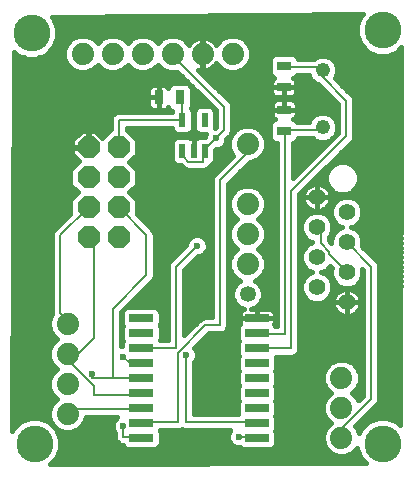
<source format=gtl>
G75*
%MOIN*%
%OFA0B0*%
%FSLAX24Y24*%
%IPPOS*%
%LPD*%
%AMOC8*
5,1,8,0,0,1.08239X$1,22.5*
%
%ADD10R,0.0472X0.0315*%
%ADD11C,0.0480*%
%ADD12R,0.0800X0.0260*%
%ADD13C,0.0740*%
%ADD14C,0.0531*%
%ADD15OC8,0.0740*%
%ADD16C,0.0560*%
%ADD17R,0.0217X0.0472*%
%ADD18R,0.0315X0.0472*%
%ADD19C,0.0059*%
%ADD20C,0.0236*%
%ADD21C,0.0160*%
%ADD22C,0.1227*%
D10*
X011400Y013115D03*
X011400Y013824D03*
X011390Y014565D03*
X011390Y015274D03*
D11*
X012680Y015130D03*
X012680Y013230D03*
D12*
X010500Y006870D03*
X010500Y006370D03*
X010500Y005870D03*
X010500Y005370D03*
X010500Y004870D03*
X010500Y004370D03*
X010500Y003870D03*
X010500Y003370D03*
X010500Y002870D03*
X006640Y002870D03*
X006640Y003370D03*
X006640Y003870D03*
X006640Y004370D03*
X006640Y004870D03*
X006640Y005370D03*
X006640Y005870D03*
X006640Y006370D03*
X006640Y006870D03*
D13*
X004180Y006680D03*
X004180Y005680D03*
X004180Y004680D03*
X004180Y003680D03*
X010180Y008680D03*
X010180Y009680D03*
X010180Y010680D03*
X010180Y012680D03*
X009680Y015680D03*
X008680Y015680D03*
X007680Y015680D03*
X006680Y015680D03*
X005680Y015680D03*
X004680Y015680D03*
X013310Y004880D03*
X013310Y003880D03*
X013310Y002880D03*
D14*
X010180Y007680D03*
D15*
X005880Y009570D03*
X005880Y010570D03*
X005880Y011570D03*
X005880Y012570D03*
X004880Y012570D03*
X004880Y011570D03*
X004880Y010570D03*
X004880Y009570D03*
D16*
X012490Y009900D03*
X012490Y010900D03*
X013490Y010400D03*
X013490Y009400D03*
X013490Y008400D03*
X013490Y007400D03*
X012490Y007900D03*
X012490Y008900D03*
D17*
X008754Y012448D03*
X008380Y012448D03*
X008006Y012448D03*
X008006Y013472D03*
X008754Y013472D03*
D18*
X007924Y014230D03*
X007216Y014230D03*
D19*
X007924Y014230D02*
X007930Y014190D01*
X008000Y014120D01*
X008000Y013490D01*
X008006Y013472D01*
X008000Y013490D02*
X005900Y013490D01*
X005900Y012580D01*
X005880Y012570D01*
X005880Y010570D02*
X006810Y009640D01*
X006810Y008310D01*
X005690Y007190D01*
X005690Y004880D01*
X006600Y004880D01*
X006640Y004870D01*
X006640Y005370D02*
X006250Y005370D01*
X006040Y005580D01*
X006640Y005870D02*
X006670Y005860D01*
X007790Y005860D01*
X007790Y008590D01*
X008490Y009290D01*
X009260Y011460D02*
X010170Y012370D01*
X010170Y012650D01*
X010180Y012680D01*
X009400Y013140D02*
X009400Y013910D01*
X007720Y015590D01*
X007720Y015660D01*
X007680Y015680D01*
X009400Y013140D02*
X009120Y012860D01*
X008770Y012510D01*
X008754Y012448D01*
X008700Y012440D01*
X008700Y012090D01*
X008210Y012090D01*
X008070Y012230D01*
X008070Y012440D01*
X008006Y012448D01*
X009260Y011460D02*
X009260Y006630D01*
X008770Y006630D01*
X007860Y005720D01*
X007860Y003410D01*
X006670Y003410D01*
X006640Y003370D01*
X006600Y002920D02*
X006640Y002870D01*
X006600Y002920D02*
X006040Y002920D01*
X006040Y003270D01*
X006600Y003830D02*
X006640Y003870D01*
X006600Y003830D02*
X004220Y003830D01*
X004220Y003690D01*
X004180Y003680D01*
X005060Y004320D02*
X005060Y004600D01*
X004290Y005370D01*
X004180Y005680D01*
X004220Y005650D01*
X004220Y005440D01*
X004290Y005370D01*
X004290Y005440D01*
X005060Y006210D01*
X005060Y009430D01*
X004920Y009570D01*
X004880Y009570D01*
X003940Y009640D02*
X004850Y010550D01*
X004880Y010570D01*
X003940Y009640D02*
X003940Y007050D01*
X004150Y006840D01*
X004150Y006700D01*
X004180Y006680D01*
X004990Y005020D02*
X004990Y004880D01*
X005690Y004880D01*
X005060Y004320D02*
X006600Y004320D01*
X006640Y004370D01*
X008140Y003410D02*
X008140Y005650D01*
X008140Y003410D02*
X010450Y003410D01*
X010500Y003370D01*
X010450Y002920D02*
X010500Y002870D01*
X010450Y002920D02*
X009890Y002920D01*
X010520Y005860D02*
X010500Y005870D01*
X010520Y005860D02*
X011640Y005860D01*
X011640Y011110D01*
X013460Y012930D01*
X013460Y014120D01*
X012620Y014960D01*
X012620Y015100D01*
X012680Y015130D01*
X012620Y015170D01*
X012620Y015240D01*
X011430Y015240D01*
X011390Y015274D01*
X012620Y013210D02*
X012680Y013230D01*
X012620Y013210D02*
X012620Y013140D01*
X011430Y013140D01*
X011400Y013115D01*
X011430Y013070D01*
X011430Y006350D01*
X010520Y006350D01*
X010500Y006370D01*
X012900Y009010D02*
X012900Y009080D01*
X012620Y009360D01*
X012620Y009780D01*
X012550Y009850D01*
X012490Y009900D01*
X012900Y009010D02*
X013460Y008450D01*
X013490Y008400D01*
X014300Y008590D02*
X013490Y009400D01*
X014300Y008590D02*
X014300Y004180D01*
X013320Y003200D01*
X013320Y002920D01*
X013310Y002880D01*
X013310Y003880D02*
X013320Y003900D01*
D20*
X009890Y002920D03*
X008140Y005650D03*
X006040Y005580D03*
X004990Y005020D03*
X006040Y003270D03*
X008490Y009290D03*
X009120Y012860D03*
D21*
X002412Y015741D02*
X002338Y003118D01*
X002357Y003163D01*
X002597Y003403D01*
X002910Y003533D01*
X003250Y003533D01*
X003563Y003403D01*
X003803Y003163D01*
X003933Y002849D01*
X003933Y002510D01*
X003803Y002196D01*
X003610Y002003D01*
X014126Y002027D01*
X013957Y002196D01*
X013827Y002510D01*
X013827Y002534D01*
X013656Y002363D01*
X013431Y002270D01*
X013189Y002270D01*
X012964Y002363D01*
X012793Y002534D01*
X012700Y002758D01*
X012700Y003001D01*
X012793Y003225D01*
X012947Y003380D01*
X012793Y003534D01*
X012700Y003758D01*
X012700Y004001D01*
X012793Y004225D01*
X012947Y004380D01*
X012793Y004534D01*
X012700Y004758D01*
X012700Y005001D01*
X012793Y005225D01*
X012964Y005397D01*
X013189Y005490D01*
X013431Y005490D01*
X013656Y005397D01*
X013827Y005225D01*
X013920Y005001D01*
X013920Y004758D01*
X013827Y004534D01*
X013673Y004380D01*
X013827Y004225D01*
X013867Y004128D01*
X014030Y004291D01*
X014030Y008478D01*
X014010Y008499D01*
X014010Y008296D01*
X013931Y008105D01*
X013785Y007959D01*
X013593Y007880D01*
X013387Y007880D01*
X013195Y007959D01*
X013049Y008105D01*
X012970Y008296D01*
X012970Y008503D01*
X012986Y008542D01*
X012927Y008601D01*
X012785Y008459D01*
X012642Y008400D01*
X012785Y008341D01*
X012931Y008194D01*
X013010Y008003D01*
X013010Y007796D01*
X012931Y007605D01*
X012785Y007459D01*
X012593Y007380D01*
X012387Y007380D01*
X012195Y007459D01*
X012049Y007605D01*
X011970Y007796D01*
X011970Y008003D01*
X012049Y008194D01*
X012195Y008341D01*
X012338Y008400D01*
X012195Y008459D01*
X012049Y008605D01*
X011970Y008796D01*
X011970Y009003D01*
X012049Y009194D01*
X012195Y009341D01*
X012338Y009400D01*
X012195Y009459D01*
X012049Y009605D01*
X011970Y009796D01*
X011970Y010003D01*
X012049Y010194D01*
X012195Y010341D01*
X012387Y010420D01*
X012593Y010420D01*
X012785Y010341D01*
X012931Y010194D01*
X013010Y010003D01*
X013010Y009796D01*
X012931Y009605D01*
X012890Y009564D01*
X012890Y009471D01*
X012970Y009391D01*
X012970Y009503D01*
X013049Y009694D01*
X013195Y009841D01*
X013338Y009900D01*
X013195Y009959D01*
X013049Y010105D01*
X012970Y010296D01*
X012970Y010503D01*
X013049Y010694D01*
X013195Y010841D01*
X013387Y010920D01*
X013593Y010920D01*
X013785Y010841D01*
X013931Y010694D01*
X014010Y010503D01*
X014010Y010296D01*
X013931Y010105D01*
X013785Y009959D01*
X013642Y009900D01*
X013785Y009841D01*
X013931Y009694D01*
X014010Y009503D01*
X014010Y009296D01*
X014000Y009271D01*
X014453Y008818D01*
X014528Y008742D01*
X014570Y008643D01*
X014570Y004126D01*
X014528Y004027D01*
X013777Y003275D01*
X013827Y003225D01*
X013905Y003038D01*
X013957Y003163D01*
X014197Y003403D01*
X014510Y003533D01*
X014850Y003533D01*
X015163Y003403D01*
X015265Y003302D01*
X015306Y015898D01*
X015163Y015756D01*
X014850Y015626D01*
X014510Y015626D01*
X014197Y015756D01*
X013957Y015996D01*
X013827Y016310D01*
X013827Y016649D01*
X013957Y016963D01*
X014013Y017020D01*
X003655Y016911D01*
X003703Y016863D01*
X003833Y016549D01*
X003833Y016210D01*
X003703Y015896D01*
X003463Y015656D01*
X003150Y015526D01*
X002810Y015526D01*
X002497Y015656D01*
X002412Y015741D01*
X002412Y015724D02*
X002429Y015724D01*
X002411Y015566D02*
X002715Y015566D01*
X002410Y015407D02*
X004133Y015407D01*
X004163Y015334D02*
X004070Y015558D01*
X004070Y015801D01*
X004163Y016025D01*
X004334Y016197D01*
X004559Y016290D01*
X004801Y016290D01*
X005026Y016197D01*
X005180Y016042D01*
X005334Y016197D01*
X005559Y016290D01*
X005801Y016290D01*
X006026Y016197D01*
X006180Y016042D01*
X006334Y016197D01*
X006559Y016290D01*
X006801Y016290D01*
X007026Y016197D01*
X007180Y016042D01*
X007334Y016197D01*
X007559Y016290D01*
X007801Y016290D01*
X008026Y016197D01*
X008197Y016025D01*
X008217Y015978D01*
X008260Y016038D01*
X008322Y016099D01*
X008392Y016150D01*
X008469Y016189D01*
X008551Y016216D01*
X008637Y016230D01*
X008660Y016230D01*
X008660Y015700D01*
X008700Y015700D01*
X008700Y016230D01*
X008723Y016230D01*
X008809Y016216D01*
X008891Y016189D01*
X008968Y016150D01*
X009038Y016099D01*
X009100Y016038D01*
X009143Y015978D01*
X009163Y016025D01*
X009334Y016197D01*
X009559Y016290D01*
X009801Y016290D01*
X010026Y016197D01*
X010197Y016025D01*
X010290Y015801D01*
X010290Y015558D01*
X010197Y015334D01*
X010026Y015163D01*
X009801Y015070D01*
X009559Y015070D01*
X009334Y015163D01*
X009163Y015334D01*
X009143Y015382D01*
X009100Y015321D01*
X009038Y015260D01*
X008968Y015209D01*
X008891Y015170D01*
X008809Y015143D01*
X008723Y015130D01*
X008700Y015130D01*
X008700Y015660D01*
X008660Y015660D01*
X008660Y015130D01*
X008637Y015130D01*
X008551Y015143D01*
X008546Y015145D01*
X009628Y014062D01*
X009670Y013963D01*
X009670Y013086D01*
X009628Y012987D01*
X009478Y012837D01*
X009478Y012788D01*
X009424Y012657D01*
X009323Y012556D01*
X009191Y012502D01*
X009143Y012502D01*
X009102Y012461D01*
X009102Y012164D01*
X009066Y012076D01*
X008998Y012008D01*
X008950Y011988D01*
X008928Y011937D01*
X008853Y011861D01*
X008754Y011820D01*
X008156Y011820D01*
X008057Y011861D01*
X007982Y011937D01*
X007947Y011972D01*
X007850Y011972D01*
X007762Y012008D01*
X007694Y012076D01*
X007658Y012164D01*
X007658Y012732D01*
X007694Y012820D01*
X007762Y012888D01*
X007850Y012924D01*
X008162Y012924D01*
X008250Y012888D01*
X008274Y012864D01*
X008380Y012864D01*
X008380Y012448D01*
X008380Y012448D01*
X008380Y012864D01*
X008486Y012864D01*
X008510Y012888D01*
X008598Y012924D01*
X008762Y012924D01*
X008762Y012931D01*
X008789Y012995D01*
X008598Y012995D01*
X008510Y013032D01*
X008442Y013099D01*
X008406Y013188D01*
X008354Y013188D01*
X008354Y013756D01*
X008318Y013844D01*
X008291Y013871D01*
X008322Y013946D01*
X008322Y014514D01*
X008285Y014602D01*
X008218Y014669D01*
X008130Y014706D01*
X007719Y014706D01*
X007631Y014669D01*
X007563Y014602D01*
X007538Y014540D01*
X007517Y014576D01*
X007484Y014610D01*
X007443Y014634D01*
X007397Y014646D01*
X007216Y014646D01*
X007216Y014230D01*
X007216Y014230D01*
X007216Y014646D01*
X007034Y014646D01*
X006989Y014634D01*
X006948Y014610D01*
X006914Y014576D01*
X006890Y014535D01*
X006878Y014490D01*
X006878Y014230D01*
X007216Y014230D01*
X007216Y013813D01*
X007397Y013813D01*
X007443Y013826D01*
X007484Y013849D01*
X007517Y013883D01*
X007538Y013919D01*
X007563Y013858D01*
X007631Y013790D01*
X007666Y013775D01*
X007659Y013759D01*
X005846Y013759D01*
X005747Y013718D01*
X005672Y013642D01*
X005630Y013543D01*
X005630Y013180D01*
X005627Y013180D01*
X005338Y012890D01*
X005108Y013120D01*
X004900Y013120D01*
X004900Y012590D01*
X004860Y012590D01*
X004860Y013120D01*
X004652Y013120D01*
X004330Y012798D01*
X004330Y012590D01*
X004860Y012590D01*
X004860Y012550D01*
X004330Y012550D01*
X004330Y012342D01*
X004560Y012112D01*
X004270Y011822D01*
X004270Y011317D01*
X004517Y011070D01*
X004270Y010822D01*
X004270Y010351D01*
X003787Y009868D01*
X003712Y009792D01*
X003670Y009693D01*
X003670Y007033D01*
X003663Y007025D01*
X003570Y006801D01*
X003570Y006558D01*
X003663Y006334D01*
X003817Y006180D01*
X003663Y006025D01*
X003570Y005801D01*
X003570Y005558D01*
X003663Y005334D01*
X003817Y005180D01*
X003663Y005025D01*
X003570Y004801D01*
X003570Y004558D01*
X003663Y004334D01*
X003817Y004180D01*
X003663Y004025D01*
X003570Y003801D01*
X003570Y003558D01*
X003663Y003334D01*
X003834Y003163D01*
X004059Y003070D01*
X004301Y003070D01*
X004526Y003163D01*
X004697Y003334D01*
X004790Y003558D01*
X004790Y003560D01*
X005824Y003560D01*
X005736Y003473D01*
X005682Y003341D01*
X005682Y003198D01*
X005736Y003067D01*
X005770Y003033D01*
X005770Y002866D01*
X005812Y002767D01*
X005887Y002691D01*
X005986Y002650D01*
X006017Y002650D01*
X006037Y002604D01*
X006104Y002536D01*
X006192Y002500D01*
X007088Y002500D01*
X007176Y002536D01*
X007243Y002604D01*
X007280Y002692D01*
X007280Y003047D01*
X007250Y003120D01*
X007259Y003140D01*
X007914Y003140D01*
X008000Y003176D01*
X008086Y003140D01*
X009604Y003140D01*
X009586Y003123D01*
X009532Y002991D01*
X009532Y002848D01*
X009586Y002717D01*
X009687Y002616D01*
X009819Y002562D01*
X009939Y002562D01*
X009964Y002536D01*
X010052Y002500D01*
X010948Y002500D01*
X011036Y002536D01*
X011103Y002604D01*
X011140Y002692D01*
X011140Y003047D01*
X011110Y003120D01*
X011140Y003192D01*
X011140Y003547D01*
X011110Y003620D01*
X011140Y003692D01*
X011140Y004047D01*
X011110Y004120D01*
X011140Y004192D01*
X011140Y004547D01*
X011110Y004620D01*
X011140Y004692D01*
X011140Y005047D01*
X011110Y005120D01*
X011140Y005192D01*
X011140Y005547D01*
X011122Y005590D01*
X011694Y005590D01*
X011793Y005631D01*
X011868Y005707D01*
X011910Y005806D01*
X011910Y010998D01*
X013613Y012701D01*
X013688Y012777D01*
X013730Y012876D01*
X013730Y014173D01*
X013688Y014272D01*
X013092Y014869D01*
X013160Y015034D01*
X013160Y015225D01*
X013087Y015402D01*
X012952Y015537D01*
X012775Y015610D01*
X012585Y015610D01*
X012408Y015537D01*
X012381Y015509D01*
X011854Y015509D01*
X011830Y015567D01*
X011762Y015635D01*
X011674Y015672D01*
X011106Y015672D01*
X011018Y015635D01*
X010950Y015567D01*
X010914Y015479D01*
X010914Y015069D01*
X010950Y014981D01*
X011018Y014913D01*
X011079Y014888D01*
X011043Y014867D01*
X011010Y014833D01*
X010986Y014792D01*
X010974Y014747D01*
X010974Y014565D01*
X010974Y014384D01*
X010986Y014338D01*
X011010Y014297D01*
X011043Y014264D01*
X011084Y014240D01*
X011130Y014228D01*
X011390Y014228D01*
X011650Y014228D01*
X011696Y014240D01*
X011737Y014264D01*
X011770Y014297D01*
X011794Y014338D01*
X011806Y014384D01*
X011806Y014565D01*
X011390Y014565D01*
X011390Y014228D01*
X011390Y014565D01*
X011390Y014565D01*
X011390Y014565D01*
X010974Y014565D01*
X011390Y014565D01*
X011390Y014565D01*
X011806Y014565D01*
X011806Y014747D01*
X011794Y014792D01*
X011770Y014833D01*
X011737Y014867D01*
X011701Y014888D01*
X011762Y014913D01*
X011819Y014970D01*
X012227Y014970D01*
X012273Y014858D01*
X012408Y014723D01*
X012524Y014675D01*
X013190Y014008D01*
X013190Y013041D01*
X011700Y011550D01*
X011700Y012724D01*
X011772Y012754D01*
X011840Y012822D01*
X011860Y012870D01*
X012361Y012870D01*
X012408Y012823D01*
X012585Y012750D01*
X012775Y012750D01*
X012952Y012823D01*
X013087Y012958D01*
X013160Y013134D01*
X013160Y013325D01*
X013087Y013502D01*
X012952Y013637D01*
X012775Y013710D01*
X012585Y013710D01*
X012408Y013637D01*
X012273Y013502D01*
X012235Y013409D01*
X011839Y013409D01*
X011772Y013476D01*
X011711Y013502D01*
X011747Y013523D01*
X011780Y013556D01*
X011804Y013597D01*
X011816Y013643D01*
X011816Y013824D01*
X011400Y013824D01*
X010984Y013824D01*
X010984Y013643D01*
X010996Y013597D01*
X011020Y013556D01*
X011053Y013523D01*
X011089Y013502D01*
X011028Y013476D01*
X010960Y013409D01*
X010924Y013321D01*
X010924Y012910D01*
X010960Y012822D01*
X011028Y012754D01*
X011116Y012718D01*
X011160Y012718D01*
X011160Y006619D01*
X011110Y006619D01*
X011103Y006636D01*
X011068Y006671D01*
X011080Y006716D01*
X011080Y006870D01*
X011080Y007023D01*
X011068Y007069D01*
X011044Y007110D01*
X011011Y007144D01*
X010969Y007167D01*
X010924Y007180D01*
X010500Y007180D01*
X010294Y007180D01*
X010466Y007251D01*
X010609Y007393D01*
X010686Y007579D01*
X010686Y007780D01*
X010609Y007966D01*
X010466Y008108D01*
X010431Y008123D01*
X010526Y008163D01*
X010697Y008334D01*
X010790Y008558D01*
X010790Y008801D01*
X010697Y009025D01*
X010543Y009180D01*
X010697Y009334D01*
X010790Y009558D01*
X010790Y009801D01*
X010697Y010025D01*
X010543Y010180D01*
X010697Y010334D01*
X010790Y010558D01*
X010790Y010801D01*
X010697Y011025D01*
X010526Y011197D01*
X010301Y011290D01*
X010059Y011290D01*
X009834Y011197D01*
X009663Y011025D01*
X009570Y010801D01*
X009570Y010558D01*
X009663Y010334D01*
X009817Y010180D01*
X009663Y010025D01*
X009570Y009801D01*
X009570Y009558D01*
X009663Y009334D01*
X009817Y009180D01*
X009663Y009025D01*
X009570Y008801D01*
X009570Y008558D01*
X009663Y008334D01*
X009834Y008163D01*
X009929Y008123D01*
X009894Y008108D01*
X009751Y007966D01*
X009674Y007780D01*
X009674Y007579D01*
X009751Y007393D01*
X009894Y007251D01*
X010070Y007178D01*
X010031Y007167D01*
X009989Y007144D01*
X009956Y007110D01*
X009932Y007069D01*
X009920Y007023D01*
X009920Y006870D01*
X010500Y006870D01*
X010500Y007180D01*
X010500Y006870D01*
X010500Y006870D01*
X010500Y006870D01*
X011080Y006870D01*
X010500Y006870D01*
X010500Y006870D01*
X009920Y006870D01*
X009920Y006716D01*
X009932Y006671D01*
X009897Y006636D01*
X009860Y006547D01*
X009860Y006192D01*
X009890Y006120D01*
X009860Y006047D01*
X009860Y005692D01*
X009890Y005620D01*
X009860Y005547D01*
X009860Y005192D01*
X009890Y005120D01*
X009860Y005047D01*
X009860Y004692D01*
X009890Y004620D01*
X009860Y004547D01*
X009860Y004192D01*
X009890Y004120D01*
X009860Y004047D01*
X009860Y003692D01*
X009865Y003679D01*
X008410Y003679D01*
X008410Y005413D01*
X008444Y005447D01*
X008498Y005578D01*
X008498Y005721D01*
X008444Y005853D01*
X008409Y005887D01*
X008882Y006360D01*
X009314Y006360D01*
X009413Y006401D01*
X009488Y006477D01*
X009530Y006576D01*
X009530Y011348D01*
X010251Y012070D01*
X010301Y012070D01*
X010526Y012163D01*
X010697Y012334D01*
X010790Y012558D01*
X010790Y012801D01*
X010697Y013025D01*
X010526Y013197D01*
X010301Y013290D01*
X010059Y013290D01*
X009834Y013197D01*
X009663Y013025D01*
X009570Y012801D01*
X009570Y012558D01*
X009663Y012334D01*
X009708Y012289D01*
X009032Y011612D01*
X008990Y011513D01*
X008990Y006899D01*
X008716Y006899D01*
X008617Y006858D01*
X008542Y006782D01*
X008060Y006300D01*
X008060Y008478D01*
X008513Y008932D01*
X008561Y008932D01*
X008693Y008986D01*
X008794Y009087D01*
X008848Y009218D01*
X008848Y009361D01*
X008794Y009493D01*
X008693Y009593D01*
X008561Y009648D01*
X008419Y009648D01*
X008287Y009593D01*
X008186Y009493D01*
X008132Y009361D01*
X008132Y009313D01*
X007562Y008742D01*
X007520Y008643D01*
X007520Y006129D01*
X007254Y006129D01*
X007280Y006192D01*
X007280Y006547D01*
X007250Y006620D01*
X007280Y006692D01*
X007280Y007047D01*
X007243Y007136D01*
X007176Y007203D01*
X007088Y007240D01*
X006192Y007240D01*
X006104Y007203D01*
X006037Y007136D01*
X006000Y007047D01*
X006000Y006692D01*
X006030Y006620D01*
X006000Y006547D01*
X006000Y006192D01*
X006030Y006120D01*
X006000Y006047D01*
X006000Y005938D01*
X005969Y005938D01*
X005960Y005934D01*
X005960Y007078D01*
X007038Y008157D01*
X007080Y008256D01*
X007080Y009693D01*
X007038Y009792D01*
X006963Y009868D01*
X006490Y010341D01*
X006490Y010822D01*
X006243Y011070D01*
X006490Y011317D01*
X006490Y011822D01*
X006243Y012070D01*
X006490Y012317D01*
X006490Y012822D01*
X006170Y013143D01*
X006170Y013220D01*
X007658Y013220D01*
X007658Y013188D01*
X006170Y013188D01*
X006283Y013030D02*
X007767Y013030D01*
X007762Y013032D02*
X007850Y012995D01*
X008162Y012995D01*
X008250Y013032D01*
X008318Y013099D01*
X008354Y013188D01*
X008406Y013188D02*
X008406Y013756D01*
X008442Y013844D01*
X008510Y013911D01*
X008598Y013948D01*
X008910Y013948D01*
X008998Y013911D01*
X009066Y013844D01*
X009102Y013756D01*
X009102Y013223D01*
X009130Y013251D01*
X009130Y013798D01*
X007842Y015087D01*
X007801Y015070D01*
X007559Y015070D01*
X007334Y015163D01*
X007180Y015317D01*
X007026Y015163D01*
X006801Y015070D01*
X006559Y015070D01*
X006334Y015163D01*
X006180Y015317D01*
X006026Y015163D01*
X005801Y015070D01*
X005559Y015070D01*
X005334Y015163D01*
X005180Y015317D01*
X005026Y015163D01*
X004801Y015070D01*
X004559Y015070D01*
X004334Y015163D01*
X004163Y015334D01*
X004248Y015249D02*
X002409Y015249D01*
X002408Y015090D02*
X004509Y015090D01*
X004851Y015090D02*
X005509Y015090D01*
X005248Y015249D02*
X005112Y015249D01*
X005851Y015090D02*
X006509Y015090D01*
X006248Y015249D02*
X006112Y015249D01*
X006851Y015090D02*
X007509Y015090D01*
X007248Y015249D02*
X007112Y015249D01*
X007216Y014615D02*
X007216Y014615D01*
X007216Y014456D02*
X007216Y014456D01*
X007216Y014298D02*
X007216Y014298D01*
X007216Y014230D02*
X007216Y014230D01*
X007216Y014230D01*
X007216Y013813D01*
X007034Y013813D01*
X006989Y013826D01*
X006948Y013849D01*
X006914Y013883D01*
X006890Y013924D01*
X006878Y013970D01*
X006878Y014230D01*
X007216Y014230D01*
X007216Y014139D02*
X007216Y014139D01*
X007216Y013981D02*
X007216Y013981D01*
X007216Y013822D02*
X007216Y013822D01*
X007429Y013822D02*
X007599Y013822D01*
X007002Y013822D02*
X002401Y013822D01*
X002400Y013664D02*
X005693Y013664D01*
X005630Y013505D02*
X002399Y013505D01*
X002398Y013347D02*
X005630Y013347D01*
X005630Y013188D02*
X002397Y013188D01*
X002396Y013030D02*
X004562Y013030D01*
X004404Y012871D02*
X002395Y012871D01*
X002394Y012713D02*
X004330Y012713D01*
X004330Y012396D02*
X002392Y012396D01*
X002393Y012554D02*
X004860Y012554D01*
X004860Y012713D02*
X004900Y012713D01*
X004900Y012871D02*
X004860Y012871D01*
X004860Y013030D02*
X004900Y013030D01*
X005198Y013030D02*
X005477Y013030D01*
X006252Y012079D02*
X007693Y012079D01*
X007658Y012237D02*
X006410Y012237D01*
X006490Y012396D02*
X007658Y012396D01*
X007658Y012554D02*
X006490Y012554D01*
X006490Y012713D02*
X007658Y012713D01*
X007745Y012871D02*
X006441Y012871D01*
X006392Y011920D02*
X007998Y011920D01*
X008380Y012554D02*
X008380Y012554D01*
X008380Y012713D02*
X008380Y012713D01*
X008267Y012871D02*
X008493Y012871D01*
X008515Y013030D02*
X008245Y013030D01*
X008354Y013347D02*
X008406Y013347D01*
X008406Y013505D02*
X008354Y013505D01*
X008354Y013664D02*
X008406Y013664D01*
X008433Y013822D02*
X008327Y013822D01*
X008322Y013981D02*
X008948Y013981D01*
X009075Y013822D02*
X009106Y013822D01*
X009102Y013664D02*
X009130Y013664D01*
X009130Y013505D02*
X009102Y013505D01*
X009102Y013347D02*
X009130Y013347D01*
X009513Y012871D02*
X009599Y012871D01*
X009570Y012713D02*
X009447Y012713D01*
X009572Y012554D02*
X009318Y012554D01*
X009102Y012396D02*
X009637Y012396D01*
X009656Y012237D02*
X009102Y012237D01*
X009067Y012079D02*
X009498Y012079D01*
X009339Y011920D02*
X008912Y011920D01*
X009181Y011762D02*
X006490Y011762D01*
X006490Y011603D02*
X009028Y011603D01*
X008990Y011445D02*
X006490Y011445D01*
X006459Y011286D02*
X008990Y011286D01*
X008990Y011128D02*
X006301Y011128D01*
X006343Y010969D02*
X008990Y010969D01*
X008990Y010811D02*
X006490Y010811D01*
X006490Y010652D02*
X008990Y010652D01*
X008990Y010494D02*
X006490Y010494D01*
X006496Y010335D02*
X008990Y010335D01*
X008990Y010177D02*
X006654Y010177D01*
X006813Y010018D02*
X008990Y010018D01*
X008990Y009860D02*
X006971Y009860D01*
X006963Y009868D02*
X006963Y009868D01*
X007076Y009701D02*
X008990Y009701D01*
X008990Y009543D02*
X008743Y009543D01*
X008838Y009384D02*
X008990Y009384D01*
X008990Y009226D02*
X008848Y009226D01*
X008774Y009067D02*
X008990Y009067D01*
X008990Y008909D02*
X008490Y008909D01*
X008332Y008750D02*
X008990Y008750D01*
X008990Y008592D02*
X008173Y008592D01*
X008060Y008433D02*
X008990Y008433D01*
X008990Y008275D02*
X008060Y008275D01*
X008060Y008116D02*
X008990Y008116D01*
X008990Y007958D02*
X008060Y007958D01*
X008060Y007799D02*
X008990Y007799D01*
X008990Y007641D02*
X008060Y007641D01*
X008060Y007482D02*
X008990Y007482D01*
X008990Y007324D02*
X008060Y007324D01*
X008060Y007165D02*
X008990Y007165D01*
X008990Y007007D02*
X008060Y007007D01*
X008060Y006848D02*
X008607Y006848D01*
X008449Y006690D02*
X008060Y006690D01*
X008060Y006531D02*
X008290Y006531D01*
X008132Y006373D02*
X008060Y006373D01*
X007520Y006373D02*
X007280Y006373D01*
X007280Y006531D02*
X007520Y006531D01*
X007520Y006690D02*
X007279Y006690D01*
X007280Y006848D02*
X007520Y006848D01*
X007520Y007007D02*
X007280Y007007D01*
X007214Y007165D02*
X007520Y007165D01*
X007520Y007324D02*
X006205Y007324D01*
X006066Y007165D02*
X006047Y007165D01*
X006000Y007007D02*
X005960Y007007D01*
X005960Y006848D02*
X006000Y006848D01*
X006001Y006690D02*
X005960Y006690D01*
X005960Y006531D02*
X006000Y006531D01*
X006000Y006373D02*
X005960Y006373D01*
X005960Y006214D02*
X006000Y006214D01*
X006003Y006056D02*
X005960Y006056D01*
X007280Y006214D02*
X007520Y006214D01*
X008419Y005897D02*
X009860Y005897D01*
X009860Y005739D02*
X008491Y005739D01*
X008498Y005580D02*
X009874Y005580D01*
X009860Y005422D02*
X008418Y005422D01*
X008410Y005263D02*
X009860Y005263D01*
X009884Y005105D02*
X008410Y005105D01*
X008410Y004946D02*
X009860Y004946D01*
X009860Y004788D02*
X008410Y004788D01*
X008410Y004629D02*
X009886Y004629D01*
X009860Y004471D02*
X008410Y004471D01*
X008410Y004312D02*
X009860Y004312D01*
X009876Y004154D02*
X008410Y004154D01*
X008410Y003995D02*
X009860Y003995D01*
X009860Y003837D02*
X008410Y003837D01*
X007280Y003044D02*
X009554Y003044D01*
X009532Y002886D02*
X007280Y002886D01*
X007280Y002727D02*
X009582Y002727D01*
X009802Y002569D02*
X007208Y002569D01*
X006072Y002569D02*
X003933Y002569D01*
X003933Y002727D02*
X005851Y002727D01*
X005770Y002886D02*
X003918Y002886D01*
X003853Y003044D02*
X005759Y003044D01*
X005682Y003203D02*
X004566Y003203D01*
X004708Y003361D02*
X005690Y003361D01*
X005784Y003520D02*
X004774Y003520D01*
X003892Y002410D02*
X012917Y002410D01*
X012779Y002569D02*
X011068Y002569D01*
X011140Y002727D02*
X012713Y002727D01*
X012700Y002886D02*
X011140Y002886D01*
X011140Y003044D02*
X012718Y003044D01*
X012784Y003203D02*
X011140Y003203D01*
X011140Y003361D02*
X012929Y003361D01*
X012807Y003520D02*
X011140Y003520D01*
X011134Y003678D02*
X012733Y003678D01*
X012700Y003837D02*
X011140Y003837D01*
X011140Y003995D02*
X012700Y003995D01*
X012763Y004154D02*
X011124Y004154D01*
X011140Y004312D02*
X012880Y004312D01*
X012856Y004471D02*
X011140Y004471D01*
X011114Y004629D02*
X012753Y004629D01*
X012700Y004788D02*
X011140Y004788D01*
X011140Y004946D02*
X012700Y004946D01*
X012743Y005105D02*
X011116Y005105D01*
X011140Y005263D02*
X012831Y005263D01*
X013025Y005422D02*
X011140Y005422D01*
X011126Y005580D02*
X014030Y005580D01*
X014030Y005422D02*
X013595Y005422D01*
X013789Y005263D02*
X014030Y005263D01*
X014030Y005105D02*
X013877Y005105D01*
X013920Y004946D02*
X014030Y004946D01*
X014030Y004788D02*
X013920Y004788D01*
X013867Y004629D02*
X014030Y004629D01*
X014030Y004471D02*
X013764Y004471D01*
X013740Y004312D02*
X014030Y004312D01*
X013893Y004154D02*
X013857Y004154D01*
X014180Y003678D02*
X015266Y003678D01*
X015266Y003520D02*
X014882Y003520D01*
X015205Y003361D02*
X015265Y003361D01*
X015267Y003837D02*
X014338Y003837D01*
X014497Y003995D02*
X015267Y003995D01*
X015268Y004154D02*
X014570Y004154D01*
X014570Y004312D02*
X015268Y004312D01*
X015269Y004471D02*
X014570Y004471D01*
X014570Y004629D02*
X015269Y004629D01*
X015270Y004788D02*
X014570Y004788D01*
X014570Y004946D02*
X015270Y004946D01*
X015271Y005105D02*
X014570Y005105D01*
X014570Y005263D02*
X015271Y005263D01*
X015272Y005422D02*
X014570Y005422D01*
X014570Y005580D02*
X015272Y005580D01*
X015273Y005739D02*
X014570Y005739D01*
X014570Y005897D02*
X015273Y005897D01*
X015274Y006056D02*
X014570Y006056D01*
X014570Y006214D02*
X015274Y006214D01*
X015275Y006373D02*
X014570Y006373D01*
X014570Y006531D02*
X015275Y006531D01*
X015276Y006690D02*
X014570Y006690D01*
X014570Y006848D02*
X015276Y006848D01*
X015277Y007007D02*
X014570Y007007D01*
X014570Y007165D02*
X015277Y007165D01*
X015278Y007324D02*
X014570Y007324D01*
X014570Y007482D02*
X015278Y007482D01*
X015279Y007641D02*
X014570Y007641D01*
X014570Y007799D02*
X015279Y007799D01*
X015280Y007958D02*
X014570Y007958D01*
X014570Y008116D02*
X015281Y008116D01*
X015281Y008275D02*
X014570Y008275D01*
X014570Y008433D02*
X015282Y008433D01*
X015282Y008592D02*
X014570Y008592D01*
X014521Y008750D02*
X015283Y008750D01*
X015283Y008909D02*
X014362Y008909D01*
X014204Y009067D02*
X015284Y009067D01*
X015284Y009226D02*
X014045Y009226D01*
X014010Y009384D02*
X015285Y009384D01*
X015285Y009543D02*
X013994Y009543D01*
X013924Y009701D02*
X015286Y009701D01*
X015286Y009860D02*
X013738Y009860D01*
X013844Y010018D02*
X015287Y010018D01*
X015287Y010177D02*
X013960Y010177D01*
X014010Y010335D02*
X015288Y010335D01*
X015288Y010494D02*
X014010Y010494D01*
X013948Y010652D02*
X015289Y010652D01*
X015289Y010811D02*
X013814Y010811D01*
X013650Y011084D02*
X013800Y011234D01*
X013882Y011431D01*
X013882Y011644D01*
X013800Y011841D01*
X013650Y011991D01*
X013453Y012073D01*
X013240Y012073D01*
X013043Y011991D01*
X012893Y011841D01*
X012811Y011644D01*
X012811Y011431D01*
X012893Y011234D01*
X013043Y011084D01*
X013240Y011002D01*
X013453Y011002D01*
X013650Y011084D01*
X013694Y011128D02*
X015290Y011128D01*
X015291Y011286D02*
X013822Y011286D01*
X013882Y011445D02*
X015291Y011445D01*
X015292Y011603D02*
X013882Y011603D01*
X013833Y011762D02*
X015292Y011762D01*
X015293Y011920D02*
X013721Y011920D01*
X013307Y012396D02*
X015294Y012396D01*
X015295Y012554D02*
X013466Y012554D01*
X013624Y012713D02*
X015295Y012713D01*
X015296Y012871D02*
X013728Y012871D01*
X013730Y013030D02*
X015296Y013030D01*
X015297Y013188D02*
X013730Y013188D01*
X013730Y013347D02*
X015297Y013347D01*
X015298Y013505D02*
X013730Y013505D01*
X013730Y013664D02*
X015298Y013664D01*
X015299Y013822D02*
X013730Y013822D01*
X013730Y013981D02*
X015299Y013981D01*
X015300Y014139D02*
X013730Y014139D01*
X013663Y014298D02*
X015300Y014298D01*
X015301Y014456D02*
X013505Y014456D01*
X013346Y014615D02*
X015301Y014615D01*
X015302Y014773D02*
X013188Y014773D01*
X013118Y014932D02*
X015303Y014932D01*
X015303Y015090D02*
X013160Y015090D01*
X013150Y015249D02*
X015304Y015249D01*
X015304Y015407D02*
X013081Y015407D01*
X012882Y015566D02*
X015305Y015566D01*
X015305Y015724D02*
X015086Y015724D01*
X015290Y015883D02*
X015306Y015883D01*
X014274Y015724D02*
X010290Y015724D01*
X010290Y015566D02*
X010950Y015566D01*
X010914Y015407D02*
X010227Y015407D01*
X010112Y015249D02*
X010914Y015249D01*
X010914Y015090D02*
X009851Y015090D01*
X009509Y015090D02*
X008601Y015090D01*
X008660Y015249D02*
X008700Y015249D01*
X008700Y015407D02*
X008660Y015407D01*
X008660Y015566D02*
X008700Y015566D01*
X008700Y015724D02*
X008660Y015724D01*
X008660Y015883D02*
X008700Y015883D01*
X008700Y016041D02*
X008660Y016041D01*
X008660Y016200D02*
X008700Y016200D01*
X008859Y016200D02*
X009341Y016200D01*
X009179Y016041D02*
X009096Y016041D01*
X008501Y016200D02*
X008019Y016200D01*
X008181Y016041D02*
X008264Y016041D01*
X009023Y015249D02*
X009248Y015249D01*
X008918Y014773D02*
X010981Y014773D01*
X010974Y014615D02*
X009076Y014615D01*
X009235Y014456D02*
X010974Y014456D01*
X011010Y014298D02*
X009393Y014298D01*
X009552Y014139D02*
X011077Y014139D01*
X011094Y014149D02*
X011053Y014126D01*
X011020Y014092D01*
X010996Y014051D01*
X010984Y014005D01*
X010984Y013824D01*
X011400Y013824D01*
X011400Y013824D01*
X011400Y013824D01*
X011816Y013824D01*
X011816Y014005D01*
X011804Y014051D01*
X011780Y014092D01*
X011747Y014126D01*
X011706Y014149D01*
X011660Y014162D01*
X011400Y014162D01*
X011140Y014162D01*
X011094Y014149D01*
X010984Y013981D02*
X009662Y013981D01*
X009670Y013822D02*
X010984Y013822D01*
X010984Y013664D02*
X009670Y013664D01*
X009670Y013505D02*
X011083Y013505D01*
X010935Y013347D02*
X009670Y013347D01*
X009670Y013188D02*
X009826Y013188D01*
X009667Y013030D02*
X009646Y013030D01*
X010323Y012079D02*
X011160Y012079D01*
X011160Y012237D02*
X010600Y012237D01*
X010723Y012396D02*
X011160Y012396D01*
X011160Y012554D02*
X010788Y012554D01*
X010790Y012713D02*
X011160Y012713D01*
X010940Y012871D02*
X010761Y012871D01*
X010693Y013030D02*
X010924Y013030D01*
X010924Y013188D02*
X010534Y013188D01*
X011400Y013824D02*
X011400Y014162D01*
X011400Y013824D01*
X011400Y013824D01*
X011400Y013981D02*
X011400Y013981D01*
X011400Y014139D02*
X011400Y014139D01*
X011390Y014298D02*
X011390Y014298D01*
X011390Y014456D02*
X011390Y014456D01*
X011723Y014139D02*
X013059Y014139D01*
X013190Y013981D02*
X011816Y013981D01*
X011816Y013822D02*
X013190Y013822D01*
X013190Y013664D02*
X012886Y013664D01*
X013083Y013505D02*
X013190Y013505D01*
X013190Y013347D02*
X013151Y013347D01*
X013160Y013188D02*
X013190Y013188D01*
X013179Y013030D02*
X013117Y013030D01*
X013020Y012871D02*
X013000Y012871D01*
X012862Y012713D02*
X011700Y012713D01*
X011700Y012554D02*
X012703Y012554D01*
X012545Y012396D02*
X011700Y012396D01*
X011700Y012237D02*
X012386Y012237D01*
X012228Y012079D02*
X011700Y012079D01*
X011700Y011920D02*
X012069Y011920D01*
X011911Y011762D02*
X011700Y011762D01*
X011700Y011603D02*
X011752Y011603D01*
X012198Y011286D02*
X012239Y011286D01*
X012249Y011293D02*
X012190Y011251D01*
X012139Y011199D01*
X012097Y011141D01*
X012064Y011076D01*
X012041Y011007D01*
X012030Y010936D01*
X012030Y010900D01*
X012490Y010900D01*
X012490Y011360D01*
X012454Y011360D01*
X012382Y011348D01*
X012313Y011326D01*
X012249Y011293D01*
X012356Y011445D02*
X012811Y011445D01*
X012811Y011603D02*
X012515Y011603D01*
X012673Y011762D02*
X012860Y011762D01*
X012832Y011920D02*
X012972Y011920D01*
X012990Y012079D02*
X015293Y012079D01*
X015294Y012237D02*
X013149Y012237D01*
X012871Y011286D02*
X012741Y011286D01*
X012731Y011293D02*
X012667Y011326D01*
X012598Y011348D01*
X012526Y011360D01*
X012490Y011360D01*
X012490Y010900D01*
X012490Y010900D01*
X012490Y010900D01*
X012950Y010900D01*
X012950Y010936D01*
X012939Y011007D01*
X012916Y011076D01*
X012883Y011141D01*
X012841Y011199D01*
X012790Y011251D01*
X012731Y011293D01*
X012890Y011128D02*
X012999Y011128D01*
X012945Y010969D02*
X015290Y010969D01*
X013166Y010811D02*
X012942Y010811D01*
X012939Y010792D02*
X012950Y010864D01*
X012950Y010900D01*
X012490Y010900D01*
X012490Y010900D01*
X012030Y010900D01*
X012030Y010864D01*
X012041Y010792D01*
X012064Y010723D01*
X012097Y010659D01*
X012139Y010600D01*
X012190Y010549D01*
X012249Y010506D01*
X012313Y010473D01*
X012382Y010451D01*
X012454Y010440D01*
X012490Y010440D01*
X012490Y010900D01*
X012490Y010440D01*
X012526Y010440D01*
X012598Y010451D01*
X012667Y010473D01*
X012731Y010506D01*
X012790Y010549D01*
X012841Y010600D01*
X012883Y010659D01*
X012916Y010723D01*
X012939Y010792D01*
X012879Y010652D02*
X013032Y010652D01*
X012970Y010494D02*
X012706Y010494D01*
X012790Y010335D02*
X012970Y010335D01*
X012938Y010177D02*
X013020Y010177D01*
X013004Y010018D02*
X013136Y010018D01*
X013242Y009860D02*
X013010Y009860D01*
X012971Y009701D02*
X013056Y009701D01*
X012986Y009543D02*
X012890Y009543D01*
X012301Y009384D02*
X011910Y009384D01*
X011910Y009226D02*
X012081Y009226D01*
X011997Y009067D02*
X011910Y009067D01*
X011910Y008909D02*
X011970Y008909D01*
X011989Y008750D02*
X011910Y008750D01*
X011910Y008592D02*
X012063Y008592D01*
X011910Y008433D02*
X012257Y008433D01*
X012130Y008275D02*
X011910Y008275D01*
X011910Y008116D02*
X012017Y008116D01*
X011970Y007958D02*
X011910Y007958D01*
X011910Y007799D02*
X011970Y007799D01*
X011910Y007641D02*
X012034Y007641D01*
X011910Y007482D02*
X012172Y007482D01*
X011910Y007324D02*
X013036Y007324D01*
X013041Y007292D02*
X013030Y007364D01*
X013030Y007400D01*
X013490Y007400D01*
X013490Y007860D01*
X013454Y007860D01*
X013382Y007848D01*
X013313Y007826D01*
X013249Y007793D01*
X013190Y007751D01*
X013139Y007699D01*
X013097Y007641D01*
X013064Y007576D01*
X013041Y007507D01*
X013030Y007436D01*
X013030Y007400D01*
X013490Y007400D01*
X013490Y007400D01*
X013490Y007860D01*
X013526Y007860D01*
X013598Y007848D01*
X013667Y007826D01*
X013731Y007793D01*
X013790Y007751D01*
X013841Y007699D01*
X013883Y007641D01*
X013916Y007576D01*
X013939Y007507D01*
X013950Y007436D01*
X013950Y007400D01*
X013490Y007400D01*
X013490Y007400D01*
X013490Y007400D01*
X013950Y007400D01*
X013950Y007364D01*
X013939Y007292D01*
X013916Y007223D01*
X013883Y007159D01*
X013841Y007100D01*
X013790Y007049D01*
X013731Y007006D01*
X013667Y006973D01*
X013598Y006951D01*
X013526Y006940D01*
X013490Y006940D01*
X013490Y007400D01*
X013490Y006940D01*
X013454Y006940D01*
X013382Y006951D01*
X013313Y006973D01*
X013249Y007006D01*
X013190Y007049D01*
X013139Y007100D01*
X013097Y007159D01*
X013064Y007223D01*
X013041Y007292D01*
X013093Y007165D02*
X011910Y007165D01*
X011910Y007007D02*
X013248Y007007D01*
X013490Y007007D02*
X013490Y007007D01*
X013490Y007165D02*
X013490Y007165D01*
X013490Y007324D02*
X013490Y007324D01*
X013490Y007400D02*
X013490Y007400D01*
X013490Y007482D02*
X013490Y007482D01*
X013490Y007641D02*
X013490Y007641D01*
X013490Y007799D02*
X013490Y007799D01*
X013719Y007799D02*
X014030Y007799D01*
X014030Y007641D02*
X013883Y007641D01*
X013943Y007482D02*
X014030Y007482D01*
X014030Y007324D02*
X013944Y007324D01*
X013887Y007165D02*
X014030Y007165D01*
X014030Y007007D02*
X013732Y007007D01*
X014030Y006848D02*
X011910Y006848D01*
X011910Y006690D02*
X014030Y006690D01*
X014030Y006531D02*
X011910Y006531D01*
X011910Y006373D02*
X014030Y006373D01*
X014030Y006214D02*
X011910Y006214D01*
X011910Y006056D02*
X014030Y006056D01*
X014030Y005897D02*
X011910Y005897D01*
X011882Y005739D02*
X014030Y005739D01*
X013037Y007482D02*
X012808Y007482D01*
X012946Y007641D02*
X013097Y007641D01*
X013010Y007799D02*
X013261Y007799D01*
X013198Y007958D02*
X013010Y007958D01*
X013045Y008116D02*
X012963Y008116D01*
X012979Y008275D02*
X012850Y008275D01*
X012970Y008433D02*
X012723Y008433D01*
X012917Y008592D02*
X012937Y008592D01*
X013782Y007958D02*
X014030Y007958D01*
X014030Y008116D02*
X013935Y008116D01*
X014001Y008275D02*
X014030Y008275D01*
X014030Y008433D02*
X014010Y008433D01*
X012490Y010494D02*
X012490Y010494D01*
X012490Y010652D02*
X012490Y010652D01*
X012490Y010811D02*
X012490Y010811D01*
X012490Y010900D02*
X012490Y010900D01*
X012490Y010969D02*
X012490Y010969D01*
X012490Y011128D02*
X012490Y011128D01*
X012490Y011286D02*
X012490Y011286D01*
X012090Y011128D02*
X012039Y011128D01*
X012035Y010969D02*
X011910Y010969D01*
X011910Y010811D02*
X012038Y010811D01*
X012101Y010652D02*
X011910Y010652D01*
X011910Y010494D02*
X012274Y010494D01*
X012190Y010335D02*
X011910Y010335D01*
X011910Y010177D02*
X012042Y010177D01*
X011976Y010018D02*
X011910Y010018D01*
X011910Y009860D02*
X011970Y009860D01*
X012009Y009701D02*
X011910Y009701D01*
X011910Y009543D02*
X012112Y009543D01*
X011160Y009543D02*
X010784Y009543D01*
X010790Y009701D02*
X011160Y009701D01*
X011160Y009860D02*
X010766Y009860D01*
X010700Y010018D02*
X011160Y010018D01*
X011160Y010177D02*
X010546Y010177D01*
X010698Y010335D02*
X011160Y010335D01*
X011160Y010494D02*
X010763Y010494D01*
X010790Y010652D02*
X011160Y010652D01*
X011160Y010811D02*
X010786Y010811D01*
X010720Y010969D02*
X011160Y010969D01*
X011160Y011128D02*
X010595Y011128D01*
X010310Y011286D02*
X011160Y011286D01*
X011160Y011445D02*
X009626Y011445D01*
X009530Y011286D02*
X010050Y011286D01*
X009765Y011128D02*
X009530Y011128D01*
X009530Y010969D02*
X009640Y010969D01*
X009574Y010811D02*
X009530Y010811D01*
X009530Y010652D02*
X009570Y010652D01*
X009597Y010494D02*
X009530Y010494D01*
X009530Y010335D02*
X009662Y010335D01*
X009530Y010177D02*
X009814Y010177D01*
X009660Y010018D02*
X009530Y010018D01*
X009530Y009860D02*
X009594Y009860D01*
X009570Y009701D02*
X009530Y009701D01*
X009530Y009543D02*
X009576Y009543D01*
X009530Y009384D02*
X009642Y009384D01*
X009530Y009226D02*
X009771Y009226D01*
X009705Y009067D02*
X009530Y009067D01*
X009530Y008909D02*
X009615Y008909D01*
X009570Y008750D02*
X009530Y008750D01*
X009530Y008592D02*
X009570Y008592D01*
X009530Y008433D02*
X009622Y008433D01*
X009530Y008275D02*
X009722Y008275D01*
X009912Y008116D02*
X009530Y008116D01*
X009530Y007958D02*
X009748Y007958D01*
X009682Y007799D02*
X009530Y007799D01*
X009530Y007641D02*
X009674Y007641D01*
X009714Y007482D02*
X009530Y007482D01*
X009530Y007324D02*
X009821Y007324D01*
X010027Y007165D02*
X009530Y007165D01*
X009530Y007007D02*
X009920Y007007D01*
X009920Y006848D02*
X009530Y006848D01*
X009530Y006690D02*
X009927Y006690D01*
X009860Y006531D02*
X009511Y006531D01*
X009344Y006373D02*
X009860Y006373D01*
X009860Y006214D02*
X008736Y006214D01*
X008577Y006056D02*
X009863Y006056D01*
X010500Y007007D02*
X010500Y007007D01*
X010500Y007165D02*
X010500Y007165D01*
X010539Y007324D02*
X011160Y007324D01*
X011160Y007482D02*
X010646Y007482D01*
X010686Y007641D02*
X011160Y007641D01*
X011160Y007799D02*
X010678Y007799D01*
X010612Y007958D02*
X011160Y007958D01*
X011160Y008116D02*
X010448Y008116D01*
X010638Y008275D02*
X011160Y008275D01*
X011160Y008433D02*
X010738Y008433D01*
X010790Y008592D02*
X011160Y008592D01*
X011160Y008750D02*
X010790Y008750D01*
X010745Y008909D02*
X011160Y008909D01*
X011160Y009067D02*
X010655Y009067D01*
X010589Y009226D02*
X011160Y009226D01*
X011160Y009384D02*
X010718Y009384D01*
X010973Y007165D02*
X011160Y007165D01*
X011160Y007007D02*
X011080Y007007D01*
X011080Y006848D02*
X011160Y006848D01*
X011160Y006690D02*
X011073Y006690D01*
X008142Y009384D02*
X007080Y009384D01*
X007080Y009226D02*
X008045Y009226D01*
X007886Y009067D02*
X007080Y009067D01*
X007080Y008909D02*
X007728Y008909D01*
X007569Y008750D02*
X007080Y008750D01*
X007080Y008592D02*
X007520Y008592D01*
X007520Y008433D02*
X007080Y008433D01*
X007080Y008275D02*
X007520Y008275D01*
X007520Y008116D02*
X006998Y008116D01*
X006839Y007958D02*
X007520Y007958D01*
X007520Y007799D02*
X006681Y007799D01*
X006522Y007641D02*
X007520Y007641D01*
X007520Y007482D02*
X006364Y007482D01*
X007080Y009543D02*
X008237Y009543D01*
X009785Y011603D02*
X011160Y011603D01*
X011160Y011762D02*
X009943Y011762D01*
X010102Y011920D02*
X011160Y011920D01*
X011717Y013505D02*
X012277Y013505D01*
X012474Y013664D02*
X011816Y013664D01*
X011770Y014298D02*
X012901Y014298D01*
X012742Y014456D02*
X011806Y014456D01*
X011806Y014615D02*
X012584Y014615D01*
X012358Y014773D02*
X011799Y014773D01*
X011781Y014932D02*
X012242Y014932D01*
X012478Y015566D02*
X011830Y015566D01*
X010999Y014932D02*
X008759Y014932D01*
X008314Y014615D02*
X008272Y014615D01*
X008322Y014456D02*
X008472Y014456D01*
X008322Y014298D02*
X008631Y014298D01*
X008789Y014139D02*
X008322Y014139D01*
X008155Y014773D02*
X002406Y014773D01*
X002405Y014615D02*
X006956Y014615D01*
X006878Y014456D02*
X002404Y014456D01*
X002403Y014298D02*
X006878Y014298D01*
X006878Y014139D02*
X002402Y014139D01*
X002402Y013981D02*
X006878Y013981D01*
X007475Y014615D02*
X007576Y014615D01*
X007997Y014932D02*
X002407Y014932D01*
X003245Y015566D02*
X004070Y015566D01*
X004070Y015724D02*
X003531Y015724D01*
X003690Y015883D02*
X004104Y015883D01*
X004179Y016041D02*
X003763Y016041D01*
X003829Y016200D02*
X004341Y016200D01*
X003833Y016358D02*
X013827Y016358D01*
X013827Y016517D02*
X003833Y016517D01*
X003781Y016675D02*
X013837Y016675D01*
X013903Y016834D02*
X003716Y016834D01*
X005019Y016200D02*
X005341Y016200D01*
X006019Y016200D02*
X006341Y016200D01*
X007019Y016200D02*
X007341Y016200D01*
X010019Y016200D02*
X013872Y016200D01*
X013938Y016041D02*
X010181Y016041D01*
X010256Y015883D02*
X014070Y015883D01*
X013986Y016992D02*
X011394Y016992D01*
X007658Y013188D02*
X007694Y013099D01*
X007762Y013032D01*
X004526Y012079D02*
X002390Y012079D01*
X002391Y012237D02*
X004435Y012237D01*
X004368Y011920D02*
X002389Y011920D01*
X002389Y011762D02*
X004270Y011762D01*
X004270Y011603D02*
X002388Y011603D01*
X002387Y011445D02*
X004270Y011445D01*
X004301Y011286D02*
X002386Y011286D01*
X002385Y011128D02*
X004459Y011128D01*
X004417Y010969D02*
X002384Y010969D01*
X002383Y010811D02*
X004270Y010811D01*
X004270Y010652D02*
X002382Y010652D01*
X002381Y010494D02*
X004270Y010494D01*
X004254Y010335D02*
X002380Y010335D01*
X002379Y010177D02*
X004096Y010177D01*
X003937Y010018D02*
X002378Y010018D01*
X002377Y009860D02*
X003779Y009860D01*
X003674Y009701D02*
X002376Y009701D01*
X002376Y009543D02*
X003670Y009543D01*
X003670Y009384D02*
X002375Y009384D01*
X002374Y009226D02*
X003670Y009226D01*
X003670Y009067D02*
X002373Y009067D01*
X002372Y008909D02*
X003670Y008909D01*
X003670Y008750D02*
X002371Y008750D01*
X002370Y008592D02*
X003670Y008592D01*
X003670Y008433D02*
X002369Y008433D01*
X002368Y008275D02*
X003670Y008275D01*
X003670Y008116D02*
X002367Y008116D01*
X002366Y007958D02*
X003670Y007958D01*
X003670Y007799D02*
X002365Y007799D01*
X002364Y007641D02*
X003670Y007641D01*
X003670Y007482D02*
X002363Y007482D01*
X002363Y007324D02*
X003670Y007324D01*
X003670Y007165D02*
X002362Y007165D01*
X002361Y007007D02*
X003655Y007007D01*
X003590Y006848D02*
X002360Y006848D01*
X002359Y006690D02*
X003570Y006690D01*
X003581Y006531D02*
X002358Y006531D01*
X002357Y006373D02*
X003647Y006373D01*
X003783Y006214D02*
X002356Y006214D01*
X002355Y006056D02*
X003693Y006056D01*
X003610Y005897D02*
X002354Y005897D01*
X002353Y005739D02*
X003570Y005739D01*
X003570Y005580D02*
X002352Y005580D01*
X002351Y005422D02*
X003627Y005422D01*
X003734Y005263D02*
X002351Y005263D01*
X002350Y005105D02*
X003742Y005105D01*
X003630Y004946D02*
X002349Y004946D01*
X002348Y004788D02*
X003570Y004788D01*
X003570Y004629D02*
X002347Y004629D01*
X002346Y004471D02*
X003606Y004471D01*
X003685Y004312D02*
X002345Y004312D01*
X002344Y004154D02*
X003791Y004154D01*
X003650Y003995D02*
X002343Y003995D01*
X002342Y003837D02*
X003585Y003837D01*
X003570Y003678D02*
X002341Y003678D01*
X002340Y003520D02*
X002878Y003520D01*
X002555Y003361D02*
X002339Y003361D01*
X002338Y003203D02*
X002396Y003203D01*
X003282Y003520D02*
X003586Y003520D01*
X003605Y003361D02*
X003652Y003361D01*
X003764Y003203D02*
X003794Y003203D01*
X003826Y002252D02*
X013934Y002252D01*
X013868Y002410D02*
X013703Y002410D01*
X014060Y002093D02*
X003700Y002093D01*
X013836Y003203D02*
X013996Y003203D01*
X013907Y003044D02*
X013902Y003044D01*
X013863Y003361D02*
X014155Y003361D01*
X014021Y003520D02*
X014478Y003520D01*
D22*
X014680Y002680D03*
X003080Y002680D03*
X002980Y016380D03*
X014680Y016480D03*
M02*

</source>
